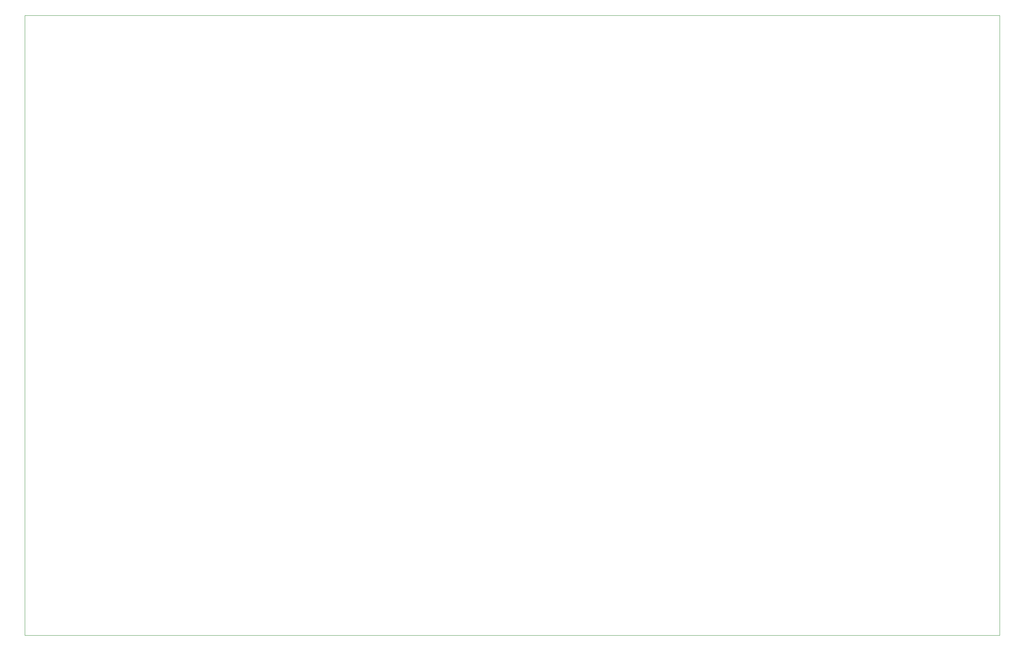
<source format=gbr>
%TF.GenerationSoftware,KiCad,Pcbnew,7.0.2*%
%TF.CreationDate,2023-06-12T14:05:00-07:00*%
%TF.ProjectId,DS5,4453352e-6b69-4636-9164-5f7063625858,rev?*%
%TF.SameCoordinates,Original*%
%TF.FileFunction,Profile,NP*%
%FSLAX46Y46*%
G04 Gerber Fmt 4.6, Leading zero omitted, Abs format (unit mm)*
G04 Created by KiCad (PCBNEW 7.0.2) date 2023-06-12 14:05:00*
%MOMM*%
%LPD*%
G01*
G04 APERTURE LIST*
%TA.AperFunction,Profile*%
%ADD10C,0.100000*%
%TD*%
G04 APERTURE END LIST*
D10*
X18000000Y-17000000D02*
X238000000Y-17000000D01*
X238000000Y-157000000D01*
X18000000Y-157000000D01*
X18000000Y-17000000D01*
M02*

</source>
